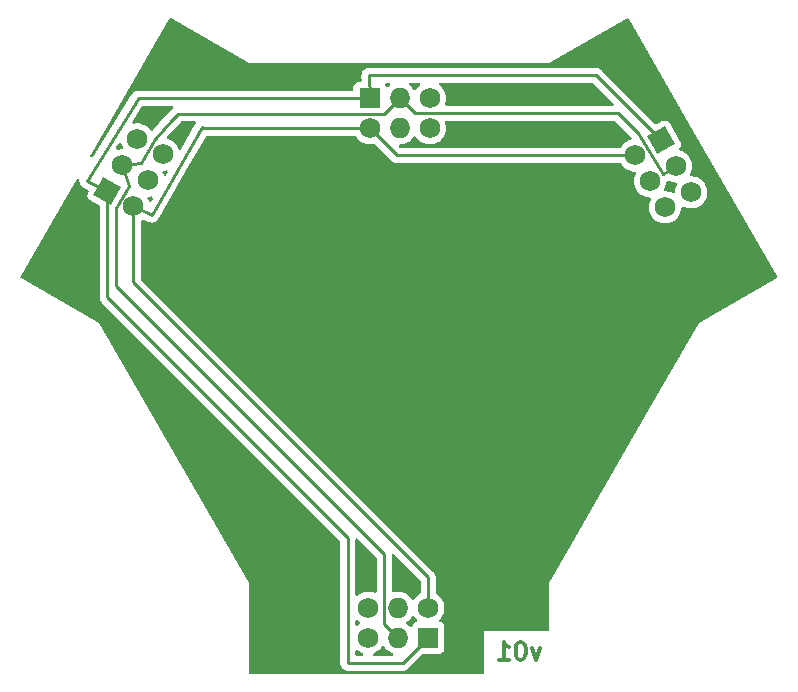
<source format=gbr>
G04 #@! TF.GenerationSoftware,KiCad,Pcbnew,(6.99.0-2452-gdb4f2d9dd8)*
G04 #@! TF.CreationDate,2022-07-29T14:02:09-05:00*
G04 #@! TF.ProjectId,VORTAC SAO Board,564f5254-4143-4205-9341-4f20426f6172,rev?*
G04 #@! TF.SameCoordinates,Original*
G04 #@! TF.FileFunction,Copper,L2,Bot*
G04 #@! TF.FilePolarity,Positive*
%FSLAX46Y46*%
G04 Gerber Fmt 4.6, Leading zero omitted, Abs format (unit mm)*
G04 Created by KiCad (PCBNEW (6.99.0-2452-gdb4f2d9dd8)) date 2022-07-29 14:02:09*
%MOMM*%
%LPD*%
G01*
G04 APERTURE LIST*
G04 Aperture macros list*
%AMHorizOval*
0 Thick line with rounded ends*
0 $1 width*
0 $2 $3 position (X,Y) of the first rounded end (center of the circle)*
0 $4 $5 position (X,Y) of the second rounded end (center of the circle)*
0 Add line between two ends*
20,1,$1,$2,$3,$4,$5,0*
0 Add two circle primitives to create the rounded ends*
1,1,$1,$2,$3*
1,1,$1,$4,$5*%
%AMRotRect*
0 Rectangle, with rotation*
0 The origin of the aperture is its center*
0 $1 length*
0 $2 width*
0 $3 Rotation angle, in degrees counterclockwise*
0 Add horizontal line*
21,1,$1,$2,0,0,$3*%
G04 Aperture macros list end*
%ADD10C,0.300000*%
G04 #@! TA.AperFunction,NonConductor*
%ADD11C,0.300000*%
G04 #@! TD*
G04 #@! TA.AperFunction,ComponentPad*
%ADD12R,1.727200X1.727200*%
G04 #@! TD*
G04 #@! TA.AperFunction,ComponentPad*
%ADD13C,1.727200*%
G04 #@! TD*
G04 #@! TA.AperFunction,ComponentPad*
%ADD14O,1.727200X1.727200*%
G04 #@! TD*
G04 #@! TA.AperFunction,ComponentPad*
%ADD15RotRect,1.727200X1.727200X210.000000*%
G04 #@! TD*
G04 #@! TA.AperFunction,ComponentPad*
%ADD16HorizOval,1.727200X0.000000X0.000000X0.000000X0.000000X0*%
G04 #@! TD*
G04 #@! TA.AperFunction,ComponentPad*
%ADD17RotRect,1.727200X1.727200X330.000000*%
G04 #@! TD*
G04 #@! TA.AperFunction,ComponentPad*
%ADD18HorizOval,1.727200X0.000000X0.000000X0.000000X0.000000X0*%
G04 #@! TD*
G04 #@! TA.AperFunction,Conductor*
%ADD19C,0.250000*%
G04 #@! TD*
G04 APERTURE END LIST*
D10*
D11*
X151645713Y-118931071D02*
X151288570Y-119931071D01*
X151288570Y-119931071D02*
X150931427Y-118931071D01*
X150074284Y-118431071D02*
X149931427Y-118431071D01*
X149931427Y-118431071D02*
X149788570Y-118502500D01*
X149788570Y-118502500D02*
X149717142Y-118573928D01*
X149717142Y-118573928D02*
X149645713Y-118716785D01*
X149645713Y-118716785D02*
X149574284Y-119002500D01*
X149574284Y-119002500D02*
X149574284Y-119359642D01*
X149574284Y-119359642D02*
X149645713Y-119645357D01*
X149645713Y-119645357D02*
X149717142Y-119788214D01*
X149717142Y-119788214D02*
X149788570Y-119859642D01*
X149788570Y-119859642D02*
X149931427Y-119931071D01*
X149931427Y-119931071D02*
X150074284Y-119931071D01*
X150074284Y-119931071D02*
X150217142Y-119859642D01*
X150217142Y-119859642D02*
X150288570Y-119788214D01*
X150288570Y-119788214D02*
X150359999Y-119645357D01*
X150359999Y-119645357D02*
X150431427Y-119359642D01*
X150431427Y-119359642D02*
X150431427Y-119002500D01*
X150431427Y-119002500D02*
X150359999Y-118716785D01*
X150359999Y-118716785D02*
X150288570Y-118573928D01*
X150288570Y-118573928D02*
X150217142Y-118502500D01*
X150217142Y-118502500D02*
X150074284Y-118431071D01*
X148145713Y-119931071D02*
X149002856Y-119931071D01*
X148574285Y-119931071D02*
X148574285Y-118431071D01*
X148574285Y-118431071D02*
X148717142Y-118645357D01*
X148717142Y-118645357D02*
X148859999Y-118788214D01*
X148859999Y-118788214D02*
X149002856Y-118859642D01*
D12*
X142179999Y-118089999D03*
D13*
X142180000Y-115550000D03*
D14*
X139639999Y-118089999D03*
X139639999Y-115549999D03*
D13*
X137100000Y-118090000D03*
X137100000Y-115550000D03*
D15*
X161894531Y-75967256D03*
D13*
X159694827Y-77237257D03*
D16*
X163164531Y-78166961D03*
X160964826Y-79436961D03*
D13*
X164434532Y-80366666D03*
X162234827Y-81636666D03*
D12*
X137219999Y-72409999D03*
D13*
X137220000Y-74950000D03*
D14*
X139759999Y-72409999D03*
X139759999Y-74949999D03*
D13*
X142300000Y-72410000D03*
X142300000Y-74950000D03*
D17*
X115011092Y-80291382D03*
D13*
X117210798Y-81561383D03*
D18*
X116281092Y-78091677D03*
X118480797Y-79361677D03*
D13*
X117551093Y-75891974D03*
X119750798Y-77161974D03*
D19*
X139640000Y-118090000D02*
X138451400Y-116901400D01*
X120497600Y-74218800D02*
X119024400Y-75895200D01*
X138451400Y-116901400D02*
X138451400Y-111019400D01*
X115722400Y-88290400D02*
X115722400Y-81686400D01*
X115722400Y-81686400D02*
X116840000Y-79806800D01*
X141022964Y-73672964D02*
X158254964Y-73672964D01*
X158254964Y-73672964D02*
X159969200Y-75387200D01*
X119024400Y-75895200D02*
X117856000Y-77876400D01*
X116840000Y-79806800D02*
X116281093Y-78091678D01*
X117032324Y-78091678D02*
X116281093Y-78091678D01*
X117856000Y-77876400D02*
X116281093Y-78091678D01*
X121005600Y-73710800D02*
X120497600Y-74218800D01*
X138451400Y-111019400D02*
X115722400Y-88290400D01*
X139760000Y-72410000D02*
X138459200Y-73710800D01*
X159969200Y-75387200D02*
X162052000Y-78790800D01*
X138459200Y-73710800D02*
X121005600Y-73710800D01*
X162052000Y-78790800D02*
X163164532Y-78166962D01*
X139760000Y-72410000D02*
X141022964Y-73672964D01*
X117210798Y-88000798D02*
X142180000Y-112970000D01*
X139507257Y-77237257D02*
X159694827Y-77237257D01*
X117210798Y-81561383D02*
X117210798Y-88000798D01*
X123108400Y-74950000D02*
X123037600Y-74879200D01*
X142180000Y-112970000D02*
X142180000Y-115550000D01*
X137220000Y-74950000D02*
X139507257Y-77237257D01*
X123037600Y-74879200D02*
X118770400Y-82296000D01*
X118770400Y-82296000D02*
X117210798Y-81561383D01*
X137220000Y-74950000D02*
X123108400Y-74950000D01*
X115011093Y-80291383D02*
X115011093Y-89255493D01*
X156386875Y-70459600D02*
X161894532Y-75967257D01*
X137160000Y-70459600D02*
X156386875Y-70459600D01*
X113284000Y-79400400D02*
X115011093Y-80291383D01*
X140026400Y-120243600D02*
X142180000Y-118090000D01*
X135382000Y-120243600D02*
X140026400Y-120243600D01*
X135382000Y-109626400D02*
X135382000Y-120243600D01*
X137220000Y-72410000D02*
X137160000Y-70459600D01*
X115011093Y-89255493D02*
X135382000Y-109626400D01*
X137220000Y-72410000D02*
X117632800Y-72410000D01*
X117602000Y-72440800D02*
X113284000Y-79400400D01*
X117632800Y-72410000D02*
X117602000Y-72440800D01*
G04 #@! TA.AperFunction,NonConductor*
G36*
X138919133Y-71113102D02*
G01*
X138965626Y-71166758D01*
X138975730Y-71237032D01*
X138946236Y-71301612D01*
X138928402Y-71318532D01*
X138831634Y-71393849D01*
X138831630Y-71393853D01*
X138827517Y-71397054D01*
X138823985Y-71400891D01*
X138783714Y-71444637D01*
X138722862Y-71481208D01*
X138651897Y-71479075D01*
X138593352Y-71438913D01*
X138572957Y-71403332D01*
X138570616Y-71397054D01*
X138534489Y-71300196D01*
X138529088Y-71292982D01*
X138524771Y-71285075D01*
X138526415Y-71284177D01*
X138505496Y-71228083D01*
X138520590Y-71158710D01*
X138570794Y-71108510D01*
X138631175Y-71093100D01*
X138851012Y-71093100D01*
X138919133Y-71113102D01*
G37*
G04 #@! TD.AperFunction*
G04 #@! TA.AperFunction,NonConductor*
G36*
X141459133Y-71113102D02*
G01*
X141505626Y-71166758D01*
X141515730Y-71237032D01*
X141486236Y-71301612D01*
X141468402Y-71318532D01*
X141371634Y-71393849D01*
X141371630Y-71393853D01*
X141367517Y-71397054D01*
X141213510Y-71564351D01*
X141135482Y-71683782D01*
X141081479Y-71729869D01*
X141011131Y-71739444D01*
X140946774Y-71709467D01*
X140924519Y-71683783D01*
X140846490Y-71564351D01*
X140692483Y-71397054D01*
X140688370Y-71393853D01*
X140688366Y-71393849D01*
X140591598Y-71318532D01*
X140550126Y-71260907D01*
X140546392Y-71190009D01*
X140581582Y-71128347D01*
X140644522Y-71095498D01*
X140668988Y-71093100D01*
X141391012Y-71093100D01*
X141459133Y-71113102D01*
G37*
G04 #@! TD.AperFunction*
G04 #@! TA.AperFunction,NonConductor*
G36*
X156140402Y-71113102D02*
G01*
X156161376Y-71130005D01*
X157855740Y-72824369D01*
X157889766Y-72886681D01*
X157884701Y-72957496D01*
X157842154Y-73014332D01*
X157775634Y-73039143D01*
X157766645Y-73039464D01*
X143715045Y-73039464D01*
X143646924Y-73019462D01*
X143600431Y-72965806D01*
X143590327Y-72895532D01*
X143598532Y-72866789D01*
X143598417Y-72866750D01*
X143599165Y-72864571D01*
X143599654Y-72862858D01*
X143600110Y-72861818D01*
X143602203Y-72857047D01*
X143610479Y-72824369D01*
X143656743Y-72641673D01*
X143656743Y-72641672D01*
X143658024Y-72636614D01*
X143676802Y-72410000D01*
X143658024Y-72183386D01*
X143656743Y-72178327D01*
X143603483Y-71968006D01*
X143603481Y-71968001D01*
X143602203Y-71962953D01*
X143588900Y-71932624D01*
X143512956Y-71759491D01*
X143510861Y-71754715D01*
X143494629Y-71729869D01*
X143389344Y-71568719D01*
X143389340Y-71568714D01*
X143386490Y-71564351D01*
X143232483Y-71397054D01*
X143228370Y-71393853D01*
X143228366Y-71393849D01*
X143131598Y-71318532D01*
X143090126Y-71260907D01*
X143086392Y-71190009D01*
X143121582Y-71128347D01*
X143184522Y-71095498D01*
X143208988Y-71093100D01*
X156072281Y-71093100D01*
X156140402Y-71113102D01*
G37*
G04 #@! TD.AperFunction*
G04 #@! TA.AperFunction,NonConductor*
G36*
X120535817Y-73063502D02*
G01*
X120582310Y-73117158D01*
X120592414Y-73187432D01*
X120564781Y-73249815D01*
X120540312Y-73279393D01*
X120532322Y-73288173D01*
X120099986Y-73720509D01*
X120081880Y-73735513D01*
X120081116Y-73736034D01*
X120081114Y-73736036D01*
X120074566Y-73740501D01*
X120069333Y-73746456D01*
X120037888Y-73782238D01*
X120032336Y-73788159D01*
X120021465Y-73799030D01*
X120011295Y-73812142D01*
X120006382Y-73818090D01*
X118870454Y-75110698D01*
X118810461Y-75148665D01*
X118739467Y-75148170D01*
X118680010Y-75109370D01*
X118670324Y-75096439D01*
X118640437Y-75050693D01*
X118640435Y-75050691D01*
X118637583Y-75046325D01*
X118483576Y-74879028D01*
X118304132Y-74739362D01*
X118299553Y-74736884D01*
X118299550Y-74736882D01*
X118108740Y-74633620D01*
X118108739Y-74633620D01*
X118104148Y-74631135D01*
X117889078Y-74557302D01*
X117664788Y-74519874D01*
X117437398Y-74519874D01*
X117339312Y-74536242D01*
X117288278Y-74544758D01*
X117217794Y-74536242D01*
X117163104Y-74490970D01*
X117141571Y-74423318D01*
X117160472Y-74354049D01*
X117163671Y-74348894D01*
X117936627Y-73103071D01*
X117989537Y-73055732D01*
X118043693Y-73043500D01*
X120467696Y-73043500D01*
X120535817Y-73063502D01*
G37*
G04 #@! TD.AperFunction*
G04 #@! TA.AperFunction,NonConductor*
G36*
X158008491Y-74326466D02*
G01*
X158029465Y-74343369D01*
X159386702Y-75700607D01*
X159420728Y-75762919D01*
X159415663Y-75833735D01*
X159373116Y-75890570D01*
X159338519Y-75908875D01*
X159146709Y-75974723D01*
X159141772Y-75976418D01*
X159137181Y-75978903D01*
X159137180Y-75978903D01*
X158946370Y-76082165D01*
X158946367Y-76082167D01*
X158941788Y-76084645D01*
X158937680Y-76087842D01*
X158937679Y-76087843D01*
X158782846Y-76208354D01*
X158762344Y-76224311D01*
X158608337Y-76391608D01*
X158605485Y-76395974D01*
X158605483Y-76395976D01*
X158565807Y-76456705D01*
X158509452Y-76542964D01*
X158507029Y-76546672D01*
X158453026Y-76592761D01*
X158401546Y-76603757D01*
X139821851Y-76603757D01*
X139753730Y-76583755D01*
X139732756Y-76566852D01*
X139703099Y-76537195D01*
X139669073Y-76474883D01*
X139674138Y-76404068D01*
X139716685Y-76347232D01*
X139783205Y-76322421D01*
X139792194Y-76322100D01*
X139873695Y-76322100D01*
X140097985Y-76284672D01*
X140273812Y-76224311D01*
X140308118Y-76212534D01*
X140308119Y-76212533D01*
X140313055Y-76210839D01*
X140342772Y-76194757D01*
X140508457Y-76105092D01*
X140508460Y-76105090D01*
X140513039Y-76102612D01*
X140517148Y-76099414D01*
X140688372Y-75966146D01*
X140688374Y-75966144D01*
X140692483Y-75962946D01*
X140846490Y-75795649D01*
X140924518Y-75676218D01*
X140978521Y-75630131D01*
X141048869Y-75620556D01*
X141113226Y-75650533D01*
X141135481Y-75676217D01*
X141213510Y-75795649D01*
X141367517Y-75962946D01*
X141371626Y-75966144D01*
X141371628Y-75966146D01*
X141542852Y-76099414D01*
X141546961Y-76102612D01*
X141551540Y-76105090D01*
X141551543Y-76105092D01*
X141717228Y-76194757D01*
X141746945Y-76210839D01*
X141751881Y-76212533D01*
X141751882Y-76212534D01*
X141786188Y-76224311D01*
X141962015Y-76284672D01*
X142186305Y-76322100D01*
X142413695Y-76322100D01*
X142637985Y-76284672D01*
X142813812Y-76224311D01*
X142848118Y-76212534D01*
X142848119Y-76212533D01*
X142853055Y-76210839D01*
X142882772Y-76194757D01*
X143048457Y-76105092D01*
X143048460Y-76105090D01*
X143053039Y-76102612D01*
X143057148Y-76099414D01*
X143228372Y-75966146D01*
X143228374Y-75966144D01*
X143232483Y-75962946D01*
X143386490Y-75795649D01*
X143389344Y-75791281D01*
X143508009Y-75609651D01*
X143508011Y-75609647D01*
X143510861Y-75605285D01*
X143602203Y-75397047D01*
X143658024Y-75176614D01*
X143669139Y-75042485D01*
X143676372Y-74955189D01*
X143676802Y-74950000D01*
X143659348Y-74739362D01*
X143658455Y-74728582D01*
X143658454Y-74728577D01*
X143658024Y-74723386D01*
X143627610Y-74603283D01*
X143603483Y-74508006D01*
X143603481Y-74508001D01*
X143602203Y-74502953D01*
X143593485Y-74483078D01*
X143584438Y-74412660D01*
X143614898Y-74348530D01*
X143675195Y-74311048D01*
X143708872Y-74306464D01*
X157940370Y-74306464D01*
X158008491Y-74326466D01*
G37*
G04 #@! TD.AperFunction*
G04 #@! TA.AperFunction,NonConductor*
G36*
X122461659Y-74364302D02*
G01*
X122508152Y-74417958D01*
X122518256Y-74488232D01*
X122505805Y-74527502D01*
X122481901Y-74574416D01*
X122478866Y-74580015D01*
X121262862Y-76693547D01*
X121211554Y-76742617D01*
X121141861Y-76756158D01*
X121075910Y-76729871D01*
X121038262Y-76681325D01*
X120963754Y-76511465D01*
X120961659Y-76506689D01*
X120940880Y-76474883D01*
X120840142Y-76320693D01*
X120840140Y-76320691D01*
X120837288Y-76316325D01*
X120683281Y-76149028D01*
X120654894Y-76126933D01*
X120507946Y-76012560D01*
X120507945Y-76012559D01*
X120503837Y-76009362D01*
X120499258Y-76006884D01*
X120499255Y-76006882D01*
X120308445Y-75903620D01*
X120308444Y-75903620D01*
X120303853Y-75901135D01*
X120226466Y-75874568D01*
X120142710Y-75845815D01*
X120084775Y-75804778D01*
X120058223Y-75738934D01*
X120071484Y-75669186D01*
X120088970Y-75643474D01*
X120957330Y-74655341D01*
X120962869Y-74649435D01*
X121231099Y-74381205D01*
X121293411Y-74347179D01*
X121320194Y-74344300D01*
X122393538Y-74344300D01*
X122461659Y-74364302D01*
G37*
G04 #@! TD.AperFunction*
G04 #@! TA.AperFunction,NonConductor*
G36*
X116187813Y-76194757D02*
G01*
X116228967Y-76260345D01*
X116248890Y-76339021D01*
X116250982Y-76343791D01*
X116250983Y-76343793D01*
X116338348Y-76542964D01*
X116347395Y-76613382D01*
X116316935Y-76677512D01*
X116256638Y-76714994D01*
X116222961Y-76719578D01*
X116167398Y-76719578D01*
X115943108Y-76757006D01*
X115929909Y-76761537D01*
X115858987Y-76764738D01*
X115797591Y-76729086D01*
X115765216Y-76665901D01*
X115772141Y-76595243D01*
X115781931Y-76575936D01*
X115999757Y-76224852D01*
X116052668Y-76177512D01*
X116122772Y-76166293D01*
X116187813Y-76194757D01*
G37*
G04 #@! TD.AperFunction*
G04 #@! TA.AperFunction,NonConductor*
G36*
X120047619Y-78523793D02*
G01*
X120102309Y-78569064D01*
X120123842Y-78636717D01*
X120107089Y-78702391D01*
X120001805Y-78885385D01*
X119994773Y-78897607D01*
X119943464Y-78946677D01*
X119873771Y-78960218D01*
X119807820Y-78933931D01*
X119770172Y-78885385D01*
X119712230Y-78753289D01*
X119693543Y-78710688D01*
X119684496Y-78640270D01*
X119714957Y-78576139D01*
X119775253Y-78538658D01*
X119808930Y-78534074D01*
X119864493Y-78534074D01*
X119977135Y-78515277D01*
X120047619Y-78523793D01*
G37*
G04 #@! TD.AperFunction*
G04 #@! TA.AperFunction,NonConductor*
G36*
X162523549Y-79380216D02*
G01*
X162611477Y-79427801D01*
X162616413Y-79429495D01*
X162616414Y-79429496D01*
X162684265Y-79452789D01*
X162826547Y-79501634D01*
X163050837Y-79539062D01*
X163106400Y-79539062D01*
X163174521Y-79559064D01*
X163221014Y-79612720D01*
X163231118Y-79682994D01*
X163221787Y-79715676D01*
X163150166Y-79878956D01*
X163132329Y-79919619D01*
X163131051Y-79924667D01*
X163131049Y-79924672D01*
X163089823Y-80087471D01*
X163076508Y-80140052D01*
X163076078Y-80145243D01*
X163076077Y-80145248D01*
X163061348Y-80323003D01*
X163035788Y-80389239D01*
X162978477Y-80431143D01*
X162907608Y-80435409D01*
X162875810Y-80423412D01*
X162787882Y-80375827D01*
X162572812Y-80301994D01*
X162348522Y-80264566D01*
X162292959Y-80264566D01*
X162224838Y-80244564D01*
X162178345Y-80190908D01*
X162168241Y-80120634D01*
X162177572Y-80087952D01*
X162264937Y-79888781D01*
X162264938Y-79888779D01*
X162267030Y-79884009D01*
X162270729Y-79869404D01*
X162321570Y-79668635D01*
X162321570Y-79668634D01*
X162322851Y-79663576D01*
X162332758Y-79544026D01*
X162338011Y-79480625D01*
X162363571Y-79414389D01*
X162420882Y-79372485D01*
X162491751Y-79368219D01*
X162523549Y-79380216D01*
G37*
G04 #@! TD.AperFunction*
G04 #@! TA.AperFunction,NonConductor*
G36*
X118782504Y-80722682D02*
G01*
X118837194Y-80767954D01*
X118858727Y-80835606D01*
X118841973Y-80901282D01*
X118726684Y-81101666D01*
X118675375Y-81150737D01*
X118605682Y-81164278D01*
X118539731Y-81137991D01*
X118502083Y-81089445D01*
X118423543Y-80910392D01*
X118414496Y-80839974D01*
X118444957Y-80775844D01*
X118505253Y-80738362D01*
X118538930Y-80733778D01*
X118594493Y-80733778D01*
X118679241Y-80719636D01*
X118712020Y-80714166D01*
X118782504Y-80722682D01*
G37*
G04 #@! TD.AperFunction*
G04 #@! TA.AperFunction,NonConductor*
G36*
X136224012Y-109688371D02*
G01*
X136230595Y-109694500D01*
X137780995Y-111244900D01*
X137815021Y-111307212D01*
X137817900Y-111333995D01*
X137817900Y-114169278D01*
X137797898Y-114237399D01*
X137744242Y-114283892D01*
X137673968Y-114293996D01*
X137650988Y-114288451D01*
X137502276Y-114237399D01*
X137437985Y-114215328D01*
X137213695Y-114177900D01*
X136986305Y-114177900D01*
X136762015Y-114215328D01*
X136546945Y-114289161D01*
X136542354Y-114291646D01*
X136542353Y-114291646D01*
X136351543Y-114394908D01*
X136351540Y-114394910D01*
X136346961Y-114397388D01*
X136342853Y-114400586D01*
X136342846Y-114400590D01*
X136218890Y-114497068D01*
X136152848Y-114523124D01*
X136083203Y-114509338D01*
X136032066Y-114460088D01*
X136015500Y-114397636D01*
X136015500Y-109783595D01*
X136035502Y-109715474D01*
X136089158Y-109668981D01*
X136159432Y-109658877D01*
X136224012Y-109688371D01*
G37*
G04 #@! TD.AperFunction*
G04 #@! TA.AperFunction,NonConductor*
G36*
X139301997Y-110987902D02*
G01*
X141509595Y-113195500D01*
X141543621Y-113257812D01*
X141546500Y-113284595D01*
X141546500Y-114257617D01*
X141526498Y-114325738D01*
X141480470Y-114368430D01*
X141431543Y-114394908D01*
X141431540Y-114394910D01*
X141426961Y-114397388D01*
X141422853Y-114400585D01*
X141422852Y-114400586D01*
X141283127Y-114509338D01*
X141247517Y-114537054D01*
X141093510Y-114704351D01*
X141015482Y-114823782D01*
X140961479Y-114869869D01*
X140891131Y-114879444D01*
X140826774Y-114849467D01*
X140804519Y-114823783D01*
X140726490Y-114704351D01*
X140572483Y-114537054D01*
X140536874Y-114509338D01*
X140397148Y-114400586D01*
X140397147Y-114400585D01*
X140393039Y-114397388D01*
X140388460Y-114394910D01*
X140388457Y-114394908D01*
X140197647Y-114291646D01*
X140197646Y-114291646D01*
X140193055Y-114289161D01*
X139977985Y-114215328D01*
X139753695Y-114177900D01*
X139526305Y-114177900D01*
X139302015Y-114215328D01*
X139251810Y-114232563D01*
X139180888Y-114235764D01*
X139119492Y-114200112D01*
X139087118Y-114136926D01*
X139084900Y-114113390D01*
X139084900Y-111098167D01*
X139085428Y-111086979D01*
X139087102Y-111079491D01*
X139086853Y-111071573D01*
X139087462Y-111065134D01*
X139113788Y-110999199D01*
X139171583Y-110957965D01*
X139242496Y-110954522D01*
X139301997Y-110987902D01*
G37*
G04 #@! TD.AperFunction*
G04 #@! TA.AperFunction,NonConductor*
G36*
X136218890Y-116602932D02*
G01*
X136342846Y-116699410D01*
X136342853Y-116699414D01*
X136346961Y-116702612D01*
X136359112Y-116709188D01*
X136409501Y-116759202D01*
X136424852Y-116828519D01*
X136400290Y-116895131D01*
X136359112Y-116930812D01*
X136346961Y-116937388D01*
X136342853Y-116940586D01*
X136342846Y-116940590D01*
X136218890Y-117037068D01*
X136152848Y-117063124D01*
X136083203Y-117049338D01*
X136032066Y-117000088D01*
X136015500Y-116937636D01*
X136015500Y-116702364D01*
X136035502Y-116634243D01*
X136089158Y-116587750D01*
X136159432Y-116577646D01*
X136218890Y-116602932D01*
G37*
G04 #@! TD.AperFunction*
G04 #@! TA.AperFunction,NonConductor*
G36*
X140993226Y-116250533D02*
G01*
X141015481Y-116276217D01*
X141093510Y-116395649D01*
X141097045Y-116399489D01*
X141220919Y-116534053D01*
X141252340Y-116597718D01*
X141244353Y-116668264D01*
X141199494Y-116723293D01*
X141172251Y-116737445D01*
X141078642Y-116772360D01*
X141078638Y-116772362D01*
X141070196Y-116775511D01*
X140953139Y-116863139D01*
X140865511Y-116980196D01*
X140829385Y-117077054D01*
X140827043Y-117083332D01*
X140784496Y-117140168D01*
X140717976Y-117164979D01*
X140648602Y-117149888D01*
X140616286Y-117124637D01*
X140576015Y-117080891D01*
X140572483Y-117077054D01*
X140536874Y-117049338D01*
X140397148Y-116940586D01*
X140397147Y-116940585D01*
X140393039Y-116937388D01*
X140380888Y-116930812D01*
X140330499Y-116880798D01*
X140315148Y-116811481D01*
X140339710Y-116744869D01*
X140380888Y-116709188D01*
X140393039Y-116702612D01*
X140480880Y-116634243D01*
X140568372Y-116566146D01*
X140568374Y-116566144D01*
X140572483Y-116562946D01*
X140726490Y-116395649D01*
X140804518Y-116276218D01*
X140858521Y-116230131D01*
X140928869Y-116220556D01*
X140993226Y-116250533D01*
G37*
G04 #@! TD.AperFunction*
G04 #@! TA.AperFunction,NonConductor*
G36*
X136218890Y-119142932D02*
G01*
X136342846Y-119239410D01*
X136342853Y-119239414D01*
X136346961Y-119242612D01*
X136351540Y-119245090D01*
X136351543Y-119245092D01*
X136494134Y-119322259D01*
X136546945Y-119350839D01*
X136551881Y-119352533D01*
X136551882Y-119352534D01*
X136587982Y-119364927D01*
X136645917Y-119405964D01*
X136672469Y-119471809D01*
X136659208Y-119541556D01*
X136610343Y-119593061D01*
X136547070Y-119610100D01*
X136141500Y-119610100D01*
X136073379Y-119590098D01*
X136026886Y-119536442D01*
X136015500Y-119484100D01*
X136015500Y-119242364D01*
X136035502Y-119174243D01*
X136089158Y-119127750D01*
X136159432Y-119117646D01*
X136218890Y-119142932D01*
G37*
G04 #@! TD.AperFunction*
G04 #@! TA.AperFunction,NonConductor*
G36*
X138453226Y-118790533D02*
G01*
X138475481Y-118816217D01*
X138553510Y-118935649D01*
X138707517Y-119102946D01*
X138711626Y-119106144D01*
X138711628Y-119106146D01*
X138882847Y-119239410D01*
X138886961Y-119242612D01*
X138891540Y-119245090D01*
X138891543Y-119245092D01*
X139034134Y-119322259D01*
X139086945Y-119350839D01*
X139091881Y-119352533D01*
X139091882Y-119352534D01*
X139127982Y-119364927D01*
X139185917Y-119405964D01*
X139212469Y-119471809D01*
X139199208Y-119541556D01*
X139150343Y-119593061D01*
X139087070Y-119610100D01*
X137652930Y-119610100D01*
X137584809Y-119590098D01*
X137538316Y-119536442D01*
X137528212Y-119466168D01*
X137557706Y-119401588D01*
X137612018Y-119364927D01*
X137648118Y-119352534D01*
X137648119Y-119352533D01*
X137653055Y-119350839D01*
X137705866Y-119322259D01*
X137848457Y-119245092D01*
X137848460Y-119245090D01*
X137853039Y-119242612D01*
X137857153Y-119239410D01*
X138028372Y-119106146D01*
X138028374Y-119106144D01*
X138032483Y-119102946D01*
X138186490Y-118935649D01*
X138264518Y-118816218D01*
X138318521Y-118770131D01*
X138388869Y-118760556D01*
X138453226Y-118790533D01*
G37*
G04 #@! TD.AperFunction*
G04 #@! TA.AperFunction,NonConductor*
G36*
X159113328Y-65652643D02*
G01*
X159149360Y-65692280D01*
X164267087Y-74556444D01*
X171722860Y-87470221D01*
X171739598Y-87539216D01*
X171716378Y-87606308D01*
X171676741Y-87642340D01*
X165099896Y-91439482D01*
X165099860Y-91439477D01*
X165099726Y-91439580D01*
X165099664Y-91439616D01*
X165099642Y-91439645D01*
X165099617Y-91439664D01*
X165099586Y-91439718D01*
X165099477Y-91439860D01*
X165099482Y-91439898D01*
X160879365Y-98749355D01*
X152630443Y-113036907D01*
X152399652Y-113436648D01*
X152399617Y-113436662D01*
X152399551Y-113436822D01*
X152399517Y-113436881D01*
X152399512Y-113436916D01*
X152399500Y-113436946D01*
X152399500Y-113437010D01*
X152399477Y-113437185D01*
X152399500Y-113437215D01*
X152399500Y-117395500D01*
X152379498Y-117463621D01*
X152325842Y-117510114D01*
X152273500Y-117521500D01*
X146901501Y-117521500D01*
X146901501Y-121031500D01*
X146881499Y-121099621D01*
X146827843Y-121146114D01*
X146775501Y-121157500D01*
X127126500Y-121157500D01*
X127058379Y-121137498D01*
X127011886Y-121083842D01*
X127000500Y-121031500D01*
X127000500Y-113437215D01*
X127000523Y-113437185D01*
X127000500Y-113437010D01*
X127000500Y-113436946D01*
X127000488Y-113436916D01*
X127000483Y-113436881D01*
X127000449Y-113436822D01*
X127000383Y-113436662D01*
X127000348Y-113436648D01*
X114300518Y-91439897D01*
X114300523Y-91439861D01*
X114300421Y-91439727D01*
X114300384Y-91439664D01*
X114300355Y-91439642D01*
X114300336Y-91439617D01*
X114300282Y-91439586D01*
X114300140Y-91439477D01*
X114300102Y-91439482D01*
X114293766Y-91435824D01*
X114293765Y-91435823D01*
X107889629Y-87738393D01*
X107723260Y-87642340D01*
X107674267Y-87590958D01*
X107660831Y-87521244D01*
X107677141Y-87470221D01*
X110308829Y-82912003D01*
X112416995Y-79260554D01*
X112468376Y-79211561D01*
X112538090Y-79198125D01*
X112604001Y-79224511D01*
X112645183Y-79282343D01*
X112650115Y-79345904D01*
X112646350Y-79366793D01*
X112646730Y-79371987D01*
X112645889Y-79377129D01*
X112652475Y-79450753D01*
X112652637Y-79452753D01*
X112655004Y-79485113D01*
X112657349Y-79517177D01*
X112658025Y-79526425D01*
X112659685Y-79531362D01*
X112660149Y-79536552D01*
X112662796Y-79544023D01*
X112662797Y-79544026D01*
X112684814Y-79606158D01*
X112685471Y-79608060D01*
X112709032Y-79678139D01*
X112711870Y-79682511D01*
X112713609Y-79687420D01*
X112718033Y-79694000D01*
X112718034Y-79694003D01*
X112754837Y-79748749D01*
X112755949Y-79750431D01*
X112796167Y-79812402D01*
X112800000Y-79815929D01*
X112802907Y-79820253D01*
X112808821Y-79825520D01*
X112808828Y-79825528D01*
X112858095Y-79869404D01*
X112859584Y-79870752D01*
X112913954Y-79920778D01*
X112918545Y-79923241D01*
X112922434Y-79926705D01*
X112929478Y-79930339D01*
X112929481Y-79930341D01*
X112988062Y-79960562D01*
X112989868Y-79961512D01*
X113054993Y-79996456D01*
X113058933Y-79997425D01*
X113063411Y-79999433D01*
X113355820Y-80150283D01*
X113407188Y-80199289D01*
X113423907Y-80268289D01*
X113407170Y-80325259D01*
X113366701Y-80395354D01*
X113365334Y-80398445D01*
X113350869Y-80431143D01*
X113342058Y-80451059D01*
X113340751Y-80458834D01*
X113340750Y-80458836D01*
X113336510Y-80484054D01*
X113317810Y-80595257D01*
X113335170Y-80740445D01*
X113338715Y-80748724D01*
X113338716Y-80748727D01*
X113359899Y-80798194D01*
X113392730Y-80874862D01*
X113485828Y-80987617D01*
X113535022Y-81023537D01*
X113814419Y-81184847D01*
X114314593Y-81473623D01*
X114363586Y-81525006D01*
X114377593Y-81582742D01*
X114377593Y-89176726D01*
X114377066Y-89187909D01*
X114375391Y-89195402D01*
X114375640Y-89203328D01*
X114375640Y-89203329D01*
X114377531Y-89263479D01*
X114377593Y-89267438D01*
X114377593Y-89295349D01*
X114378090Y-89299283D01*
X114378090Y-89299284D01*
X114378098Y-89299349D01*
X114379031Y-89311186D01*
X114380420Y-89355382D01*
X114386071Y-89374832D01*
X114390080Y-89394193D01*
X114392619Y-89414290D01*
X114395538Y-89421661D01*
X114395538Y-89421663D01*
X114408897Y-89455405D01*
X114412742Y-89466635D01*
X114425075Y-89509086D01*
X114429108Y-89515905D01*
X114429110Y-89515910D01*
X114435386Y-89526521D01*
X114444081Y-89544269D01*
X114451541Y-89563110D01*
X114456203Y-89569526D01*
X114456203Y-89569527D01*
X114477529Y-89598880D01*
X114484045Y-89608800D01*
X114506551Y-89646855D01*
X114520872Y-89661176D01*
X114533712Y-89676209D01*
X114545621Y-89692600D01*
X114551727Y-89697651D01*
X114579698Y-89720791D01*
X114588477Y-89728781D01*
X134711595Y-109851900D01*
X134745621Y-109914212D01*
X134748500Y-109940995D01*
X134748500Y-120171807D01*
X134746268Y-120195416D01*
X134744725Y-120203506D01*
X134745223Y-120211417D01*
X134748251Y-120259551D01*
X134748500Y-120267462D01*
X134748500Y-120283456D01*
X134750506Y-120299330D01*
X134751248Y-120307190D01*
X134754775Y-120363250D01*
X134757225Y-120370791D01*
X134757321Y-120371087D01*
X134762494Y-120394231D01*
X134762532Y-120394535D01*
X134762533Y-120394540D01*
X134763526Y-120402397D01*
X134766442Y-120409762D01*
X134766443Y-120409766D01*
X134784199Y-120454611D01*
X134786871Y-120462030D01*
X134804236Y-120515475D01*
X134808486Y-120522171D01*
X134808486Y-120522172D01*
X134808650Y-120522431D01*
X134819415Y-120543558D01*
X134819529Y-120543846D01*
X134819532Y-120543851D01*
X134822448Y-120551217D01*
X134827104Y-120557625D01*
X134827107Y-120557631D01*
X134855458Y-120596652D01*
X134859901Y-120603189D01*
X134890000Y-120650618D01*
X134895778Y-120656044D01*
X134895779Y-120656045D01*
X134896007Y-120656259D01*
X134911688Y-120674046D01*
X134916528Y-120680707D01*
X134922637Y-120685761D01*
X134922638Y-120685762D01*
X134959796Y-120716503D01*
X134965730Y-120721734D01*
X135000898Y-120754758D01*
X135000901Y-120754760D01*
X135006679Y-120760186D01*
X135013903Y-120764158D01*
X135033506Y-120777481D01*
X135033746Y-120777680D01*
X135033753Y-120777684D01*
X135039856Y-120782733D01*
X135073342Y-120798490D01*
X135090676Y-120806647D01*
X135097708Y-120810229D01*
X135146940Y-120837295D01*
X135154615Y-120839265D01*
X135154621Y-120839268D01*
X135154919Y-120839344D01*
X135177228Y-120847376D01*
X135177503Y-120847506D01*
X135177511Y-120847509D01*
X135184682Y-120850883D01*
X135239849Y-120861406D01*
X135247558Y-120863129D01*
X135281551Y-120871857D01*
X135294293Y-120875129D01*
X135294294Y-120875129D01*
X135301970Y-120877100D01*
X135310207Y-120877100D01*
X135333816Y-120879332D01*
X135334119Y-120879390D01*
X135334123Y-120879390D01*
X135341906Y-120880875D01*
X135397951Y-120877349D01*
X135405862Y-120877100D01*
X139947633Y-120877100D01*
X139958816Y-120877627D01*
X139966309Y-120879302D01*
X139974235Y-120879053D01*
X139974236Y-120879053D01*
X140034386Y-120877162D01*
X140038345Y-120877100D01*
X140066256Y-120877100D01*
X140070191Y-120876603D01*
X140070256Y-120876595D01*
X140082093Y-120875662D01*
X140114351Y-120874648D01*
X140118370Y-120874522D01*
X140126289Y-120874273D01*
X140145743Y-120868621D01*
X140165100Y-120864613D01*
X140177330Y-120863068D01*
X140177331Y-120863068D01*
X140185197Y-120862074D01*
X140192568Y-120859155D01*
X140192570Y-120859155D01*
X140226312Y-120845796D01*
X140237542Y-120841951D01*
X140272383Y-120831829D01*
X140272384Y-120831829D01*
X140279993Y-120829618D01*
X140286812Y-120825585D01*
X140286817Y-120825583D01*
X140297428Y-120819307D01*
X140315176Y-120810612D01*
X140334017Y-120803152D01*
X140369787Y-120777164D01*
X140379707Y-120770648D01*
X140410935Y-120752180D01*
X140410938Y-120752178D01*
X140417762Y-120748142D01*
X140432083Y-120733821D01*
X140447117Y-120720980D01*
X140457094Y-120713731D01*
X140463507Y-120709072D01*
X140491698Y-120674995D01*
X140499688Y-120666216D01*
X141666899Y-119499005D01*
X141729211Y-119464979D01*
X141755994Y-119462100D01*
X143092238Y-119462100D01*
X143095585Y-119461740D01*
X143095588Y-119461740D01*
X143115895Y-119459557D01*
X143152801Y-119455589D01*
X143289804Y-119404489D01*
X143406861Y-119316861D01*
X143494489Y-119199804D01*
X143545589Y-119062801D01*
X143552100Y-119002238D01*
X143552100Y-117177762D01*
X143545589Y-117117199D01*
X143494489Y-116980196D01*
X143406861Y-116863139D01*
X143289804Y-116775511D01*
X143281362Y-116772362D01*
X143281358Y-116772360D01*
X143187749Y-116737445D01*
X143130914Y-116694899D01*
X143106103Y-116628378D01*
X143121195Y-116559004D01*
X143139081Y-116534053D01*
X143262955Y-116399489D01*
X143266490Y-116395649D01*
X143361299Y-116250533D01*
X143388009Y-116209651D01*
X143388011Y-116209647D01*
X143390861Y-116205285D01*
X143482203Y-115997047D01*
X143538024Y-115776614D01*
X143556802Y-115550000D01*
X143538024Y-115323386D01*
X143482203Y-115102953D01*
X143390861Y-114894715D01*
X143374629Y-114869869D01*
X143269344Y-114708719D01*
X143269340Y-114708714D01*
X143266490Y-114704351D01*
X143112483Y-114537054D01*
X143076874Y-114509338D01*
X142937148Y-114400586D01*
X142937147Y-114400585D01*
X142933039Y-114397388D01*
X142928460Y-114394910D01*
X142928457Y-114394908D01*
X142879530Y-114368430D01*
X142829140Y-114318417D01*
X142813500Y-114257617D01*
X142813500Y-113048767D01*
X142814027Y-113037584D01*
X142815702Y-113030091D01*
X142813562Y-112962014D01*
X142813500Y-112958055D01*
X142813500Y-112930144D01*
X142812995Y-112926144D01*
X142812062Y-112914301D01*
X142810922Y-112878029D01*
X142810673Y-112870110D01*
X142805022Y-112850658D01*
X142801014Y-112831306D01*
X142799467Y-112819063D01*
X142798474Y-112811203D01*
X142795556Y-112803832D01*
X142782200Y-112770097D01*
X142778355Y-112758870D01*
X142777721Y-112756687D01*
X142766018Y-112716407D01*
X142755707Y-112698972D01*
X142747012Y-112681224D01*
X142739552Y-112662383D01*
X142713564Y-112626613D01*
X142707048Y-112616693D01*
X142688580Y-112585465D01*
X142688578Y-112585462D01*
X142684542Y-112578638D01*
X142670221Y-112564317D01*
X142657380Y-112549283D01*
X142650131Y-112539306D01*
X142645472Y-112532893D01*
X142611395Y-112504702D01*
X142602616Y-112496712D01*
X117881203Y-87775298D01*
X117847177Y-87712986D01*
X117844298Y-87686203D01*
X117844298Y-82853766D01*
X117864300Y-82785645D01*
X117910328Y-82742953D01*
X117959255Y-82716475D01*
X117959258Y-82716473D01*
X117963837Y-82713995D01*
X117967948Y-82710795D01*
X117967953Y-82710792D01*
X117980926Y-82700695D01*
X118046968Y-82674638D01*
X118112007Y-82686138D01*
X118477770Y-82858422D01*
X118493884Y-82866012D01*
X118496046Y-82867056D01*
X118554208Y-82895819D01*
X118554212Y-82895821D01*
X118561317Y-82899334D01*
X118569069Y-82900969D01*
X118569073Y-82900971D01*
X118599978Y-82907491D01*
X118612947Y-82910958D01*
X118642975Y-82920727D01*
X118650512Y-82923179D01*
X118658423Y-82923680D01*
X118658425Y-82923680D01*
X118675428Y-82924756D01*
X118693479Y-82927218D01*
X118705956Y-82929850D01*
X118717928Y-82932376D01*
X118725850Y-82932032D01*
X118725851Y-82932032D01*
X118757405Y-82930662D01*
X118770830Y-82930795D01*
X118790378Y-82932032D01*
X118810252Y-82933290D01*
X118818036Y-82931808D01*
X118818040Y-82931808D01*
X118834786Y-82928620D01*
X118852880Y-82926516D01*
X118864303Y-82926020D01*
X118877837Y-82925432D01*
X118915641Y-82913956D01*
X118928678Y-82910746D01*
X118959697Y-82904841D01*
X118967487Y-82903358D01*
X118990095Y-82892730D01*
X119007091Y-82886195D01*
X119023415Y-82881239D01*
X119023414Y-82881239D01*
X119030995Y-82878938D01*
X119064758Y-82858420D01*
X119076579Y-82852073D01*
X119112339Y-82835263D01*
X119131597Y-82819344D01*
X119146427Y-82808792D01*
X119167779Y-82795817D01*
X119195377Y-82767550D01*
X119205254Y-82758457D01*
X119229598Y-82738334D01*
X119229602Y-82738330D01*
X119235706Y-82733284D01*
X119240366Y-82726875D01*
X119240370Y-82726871D01*
X119250396Y-82713082D01*
X119262148Y-82699159D01*
X119274055Y-82686963D01*
X119279593Y-82681291D01*
X119299294Y-82647049D01*
X119306600Y-82635785D01*
X119325177Y-82610237D01*
X119325178Y-82610235D01*
X119329836Y-82603829D01*
X119339042Y-82580604D01*
X119346961Y-82564200D01*
X121610842Y-78629359D01*
X123326913Y-75646664D01*
X123378221Y-75597594D01*
X123436126Y-75583500D01*
X135926719Y-75583500D01*
X135994840Y-75603502D01*
X136032201Y-75640584D01*
X136133510Y-75795649D01*
X136287517Y-75962946D01*
X136291626Y-75966144D01*
X136291628Y-75966146D01*
X136462852Y-76099414D01*
X136466961Y-76102612D01*
X136471540Y-76105090D01*
X136471543Y-76105092D01*
X136637228Y-76194757D01*
X136666945Y-76210839D01*
X136671881Y-76212533D01*
X136671882Y-76212534D01*
X136706188Y-76224311D01*
X136882015Y-76284672D01*
X137106305Y-76322100D01*
X137333695Y-76322100D01*
X137557985Y-76284672D01*
X137562922Y-76282977D01*
X137567966Y-76281700D01*
X137568547Y-76283994D01*
X137629603Y-76281268D01*
X137688627Y-76314532D01*
X139003605Y-77629510D01*
X139011145Y-77637796D01*
X139015257Y-77644275D01*
X139021034Y-77649700D01*
X139064908Y-77690900D01*
X139067750Y-77693655D01*
X139087487Y-77713392D01*
X139090684Y-77715872D01*
X139099704Y-77723575D01*
X139131936Y-77753843D01*
X139138882Y-77757662D01*
X139138885Y-77757664D01*
X139149691Y-77763605D01*
X139166210Y-77774456D01*
X139182216Y-77786871D01*
X139189485Y-77790016D01*
X139189489Y-77790019D01*
X139222794Y-77804431D01*
X139233444Y-77809648D01*
X139272197Y-77830952D01*
X139279872Y-77832923D01*
X139279873Y-77832923D01*
X139291819Y-77835990D01*
X139310524Y-77842394D01*
X139329112Y-77850438D01*
X139336935Y-77851677D01*
X139336945Y-77851680D01*
X139372781Y-77857356D01*
X139384401Y-77859762D01*
X139419546Y-77868785D01*
X139427227Y-77870757D01*
X139447481Y-77870757D01*
X139467191Y-77872308D01*
X139487200Y-77875477D01*
X139495092Y-77874731D01*
X139531218Y-77871316D01*
X139543076Y-77870757D01*
X158401546Y-77870757D01*
X158469667Y-77890759D01*
X158507028Y-77927841D01*
X158547363Y-77989578D01*
X158603649Y-78075730D01*
X158608337Y-78082906D01*
X158762344Y-78250203D01*
X158941788Y-78389869D01*
X158946367Y-78392347D01*
X158946370Y-78392349D01*
X159137180Y-78495611D01*
X159141772Y-78498096D01*
X159146708Y-78499790D01*
X159146709Y-78499791D01*
X159216625Y-78523793D01*
X159356842Y-78571929D01*
X159581132Y-78609357D01*
X159636695Y-78609357D01*
X159704816Y-78629359D01*
X159751309Y-78683015D01*
X159761413Y-78753289D01*
X159752082Y-78785971D01*
X159664717Y-78985143D01*
X159662624Y-78989915D01*
X159661346Y-78994963D01*
X159661344Y-78994968D01*
X159633700Y-79104132D01*
X159606803Y-79210348D01*
X159606373Y-79215539D01*
X159606372Y-79215544D01*
X159594605Y-79357557D01*
X159588025Y-79436962D01*
X159588455Y-79442151D01*
X159596897Y-79544026D01*
X159606803Y-79663576D01*
X159608084Y-79668634D01*
X159608084Y-79668635D01*
X159658926Y-79869404D01*
X159662624Y-79884009D01*
X159664716Y-79888779D01*
X159664717Y-79888781D01*
X159682196Y-79928629D01*
X159753966Y-80092247D01*
X159756816Y-80096609D01*
X159756818Y-80096613D01*
X159867108Y-80265424D01*
X159878337Y-80282611D01*
X160032344Y-80449908D01*
X160036453Y-80453106D01*
X160036455Y-80453108D01*
X160076215Y-80484054D01*
X160211788Y-80589574D01*
X160216367Y-80592052D01*
X160216370Y-80592054D01*
X160297556Y-80635990D01*
X160411772Y-80697801D01*
X160626842Y-80771634D01*
X160851132Y-80809062D01*
X160906695Y-80809062D01*
X160974816Y-80829064D01*
X161021309Y-80882720D01*
X161031413Y-80952994D01*
X161022082Y-80985676D01*
X160943740Y-81164278D01*
X160932624Y-81189619D01*
X160931346Y-81194667D01*
X160931344Y-81194672D01*
X160925904Y-81216155D01*
X160876803Y-81410052D01*
X160876373Y-81415243D01*
X160876372Y-81415248D01*
X160863721Y-81567923D01*
X160858025Y-81636666D01*
X160876803Y-81863280D01*
X160932624Y-82083713D01*
X161023966Y-82291951D01*
X161148337Y-82482315D01*
X161302344Y-82649612D01*
X161306453Y-82652810D01*
X161306455Y-82652812D01*
X161477120Y-82785645D01*
X161481788Y-82789278D01*
X161486367Y-82791756D01*
X161486370Y-82791758D01*
X161651715Y-82881239D01*
X161681772Y-82897505D01*
X161686708Y-82899199D01*
X161686709Y-82899200D01*
X161749416Y-82920727D01*
X161896842Y-82971338D01*
X162121132Y-83008766D01*
X162348522Y-83008766D01*
X162572812Y-82971338D01*
X162720238Y-82920727D01*
X162782945Y-82899200D01*
X162782946Y-82899199D01*
X162787882Y-82897505D01*
X162817939Y-82881239D01*
X162983284Y-82791758D01*
X162983287Y-82791756D01*
X162987866Y-82789278D01*
X162992534Y-82785645D01*
X163163199Y-82652812D01*
X163163201Y-82652810D01*
X163167310Y-82649612D01*
X163321317Y-82482315D01*
X163445688Y-82291951D01*
X163537030Y-82083713D01*
X163592851Y-81863280D01*
X163608011Y-81680329D01*
X163633571Y-81614093D01*
X163690882Y-81572189D01*
X163761751Y-81567923D01*
X163793549Y-81579920D01*
X163881477Y-81627505D01*
X164096547Y-81701338D01*
X164320837Y-81738766D01*
X164548227Y-81738766D01*
X164772517Y-81701338D01*
X164987587Y-81627505D01*
X165176987Y-81525006D01*
X165182989Y-81521758D01*
X165182992Y-81521756D01*
X165187571Y-81519278D01*
X165321230Y-81415248D01*
X165362904Y-81382812D01*
X165362906Y-81382810D01*
X165367015Y-81379612D01*
X165521022Y-81212315D01*
X165561253Y-81150737D01*
X165642541Y-81026317D01*
X165642543Y-81026313D01*
X165645393Y-81021951D01*
X165663189Y-80981381D01*
X165734642Y-80818485D01*
X165734643Y-80818483D01*
X165736735Y-80813713D01*
X165747820Y-80769942D01*
X165791275Y-80598339D01*
X165791275Y-80598338D01*
X165792556Y-80593280D01*
X165793129Y-80586376D01*
X165810904Y-80371855D01*
X165811334Y-80366666D01*
X165797465Y-80199289D01*
X165792987Y-80145248D01*
X165792986Y-80145243D01*
X165792556Y-80140052D01*
X165779241Y-80087471D01*
X165738015Y-79924672D01*
X165738013Y-79924667D01*
X165736735Y-79919619D01*
X165718899Y-79878956D01*
X165647488Y-79716157D01*
X165645393Y-79711381D01*
X165634040Y-79694003D01*
X165523876Y-79525385D01*
X165523874Y-79525383D01*
X165521022Y-79521017D01*
X165367015Y-79353720D01*
X165333599Y-79327711D01*
X165191680Y-79217252D01*
X165191679Y-79217251D01*
X165187571Y-79214054D01*
X165182992Y-79211576D01*
X165182989Y-79211574D01*
X164992179Y-79108312D01*
X164992178Y-79108312D01*
X164987587Y-79105827D01*
X164772517Y-79031994D01*
X164548227Y-78994566D01*
X164492664Y-78994566D01*
X164424543Y-78974564D01*
X164378050Y-78920908D01*
X164367946Y-78850634D01*
X164377277Y-78817952D01*
X164464642Y-78618781D01*
X164464643Y-78618779D01*
X164466735Y-78614009D01*
X164468131Y-78608499D01*
X164521275Y-78398635D01*
X164521275Y-78398634D01*
X164522556Y-78393576D01*
X164523129Y-78386671D01*
X164540904Y-78172151D01*
X164541334Y-78166962D01*
X164527536Y-78000446D01*
X164522987Y-77945544D01*
X164522986Y-77945539D01*
X164522556Y-77940348D01*
X164510450Y-77892542D01*
X164468015Y-77724968D01*
X164468013Y-77724963D01*
X164466735Y-77719915D01*
X164430931Y-77638289D01*
X164377488Y-77516453D01*
X164375393Y-77511677D01*
X164295484Y-77389366D01*
X164253876Y-77325681D01*
X164253874Y-77325679D01*
X164251022Y-77321313D01*
X164097015Y-77154016D01*
X163917571Y-77014350D01*
X163912992Y-77011872D01*
X163912989Y-77011870D01*
X163722179Y-76908608D01*
X163722178Y-76908608D01*
X163717587Y-76906123D01*
X163502517Y-76832290D01*
X163503255Y-76830139D01*
X163450371Y-76798894D01*
X163418474Y-76735466D01*
X163425932Y-76664863D01*
X163445269Y-76632641D01*
X163507155Y-76557688D01*
X163512895Y-76550736D01*
X163531757Y-76506689D01*
X163566909Y-76424601D01*
X163566910Y-76424598D01*
X163570455Y-76416319D01*
X163587815Y-76271131D01*
X163577962Y-76212534D01*
X163564875Y-76134710D01*
X163564874Y-76134708D01*
X163563567Y-76126933D01*
X163559876Y-76118588D01*
X163540291Y-76074319D01*
X163538924Y-76071228D01*
X162626686Y-74491186D01*
X162590766Y-74441992D01*
X162478011Y-74348894D01*
X162425636Y-74326466D01*
X162351876Y-74294880D01*
X162351873Y-74294879D01*
X162343594Y-74291334D01*
X162198406Y-74273974D01*
X162189522Y-74275468D01*
X162189519Y-74275468D01*
X162061985Y-74296914D01*
X162061983Y-74296915D01*
X162054208Y-74298222D01*
X162046999Y-74301411D01*
X162046996Y-74301412D01*
X162035577Y-74306464D01*
X161998503Y-74322865D01*
X161541795Y-74586545D01*
X161472801Y-74603283D01*
X161405709Y-74580063D01*
X161389701Y-74566521D01*
X156890527Y-70067347D01*
X156882987Y-70059061D01*
X156878875Y-70052582D01*
X156829223Y-70005956D01*
X156826382Y-70003202D01*
X156806645Y-69983465D01*
X156803448Y-69980985D01*
X156794426Y-69973280D01*
X156767975Y-69948441D01*
X156762196Y-69943014D01*
X156755250Y-69939195D01*
X156755247Y-69939193D01*
X156744441Y-69933252D01*
X156727922Y-69922401D01*
X156727458Y-69922041D01*
X156711916Y-69909986D01*
X156704647Y-69906841D01*
X156704643Y-69906838D01*
X156671338Y-69892426D01*
X156660688Y-69887209D01*
X156621935Y-69865905D01*
X156602312Y-69860867D01*
X156583609Y-69854463D01*
X156572295Y-69849567D01*
X156572294Y-69849567D01*
X156565020Y-69846419D01*
X156557197Y-69845180D01*
X156557187Y-69845177D01*
X156521351Y-69839501D01*
X156509731Y-69837095D01*
X156474586Y-69828072D01*
X156474585Y-69828072D01*
X156466905Y-69826100D01*
X156446651Y-69826100D01*
X156426940Y-69824549D01*
X156414761Y-69822620D01*
X156406932Y-69821380D01*
X156399040Y-69822126D01*
X156393814Y-69822620D01*
X156373546Y-69824536D01*
X156362914Y-69825541D01*
X156351056Y-69826100D01*
X137220026Y-69826100D01*
X137200233Y-69824536D01*
X137180480Y-69821394D01*
X137172595Y-69822134D01*
X137172592Y-69822134D01*
X137136211Y-69825549D01*
X137124437Y-69826100D01*
X137120144Y-69826100D01*
X137092677Y-69829570D01*
X137088689Y-69830010D01*
X137021120Y-69836351D01*
X137013757Y-69838996D01*
X137012826Y-69839158D01*
X137009877Y-69839865D01*
X137008964Y-69840146D01*
X137001203Y-69841126D01*
X136967517Y-69854463D01*
X136938137Y-69866095D01*
X136934357Y-69867522D01*
X136877946Y-69887789D01*
X136877943Y-69887791D01*
X136870488Y-69890469D01*
X136864015Y-69894862D01*
X136863169Y-69895244D01*
X136860455Y-69896680D01*
X136859658Y-69897168D01*
X136852383Y-69900048D01*
X136845972Y-69904706D01*
X136845970Y-69904707D01*
X136797503Y-69939921D01*
X136794206Y-69942236D01*
X136738046Y-69980348D01*
X136732866Y-69986216D01*
X136732131Y-69986804D01*
X136729879Y-69988852D01*
X136729222Y-69989530D01*
X136722893Y-69994128D01*
X136717843Y-70000233D01*
X136717836Y-70000239D01*
X136679626Y-70046427D01*
X136677020Y-70049477D01*
X136632118Y-70100341D01*
X136628560Y-70107312D01*
X136627985Y-70108078D01*
X136626330Y-70110596D01*
X136625858Y-70111422D01*
X136620867Y-70117456D01*
X136617492Y-70124629D01*
X136591971Y-70178865D01*
X136590212Y-70182453D01*
X136559358Y-70242906D01*
X136557646Y-70250543D01*
X136557285Y-70251414D01*
X136556296Y-70254299D01*
X136556049Y-70255202D01*
X136552717Y-70262282D01*
X136551231Y-70270072D01*
X136540004Y-70328927D01*
X136539185Y-70332876D01*
X136524339Y-70399087D01*
X136524580Y-70406908D01*
X136524446Y-70407847D01*
X136524208Y-70410868D01*
X136524192Y-70411814D01*
X136522725Y-70419506D01*
X136523223Y-70427418D01*
X136526986Y-70487231D01*
X136527175Y-70491269D01*
X136539996Y-70908026D01*
X136522098Y-70976729D01*
X136469898Y-71024850D01*
X136414056Y-71037900D01*
X136307762Y-71037900D01*
X136304415Y-71038260D01*
X136304412Y-71038260D01*
X136284105Y-71040443D01*
X136247199Y-71044411D01*
X136110196Y-71095511D01*
X136102984Y-71100910D01*
X136102982Y-71100911D01*
X136038528Y-71149161D01*
X135993139Y-71183139D01*
X135987741Y-71190350D01*
X135917503Y-71284177D01*
X135905511Y-71300196D01*
X135854411Y-71437199D01*
X135847900Y-71497762D01*
X135847900Y-71650500D01*
X135827898Y-71718621D01*
X135774242Y-71765114D01*
X135721900Y-71776500D01*
X117711568Y-71776500D01*
X117700385Y-71775973D01*
X117692892Y-71774298D01*
X117684966Y-71774547D01*
X117684965Y-71774547D01*
X117624802Y-71776438D01*
X117620844Y-71776500D01*
X117592944Y-71776500D01*
X117588954Y-71777004D01*
X117577120Y-71777936D01*
X117532911Y-71779326D01*
X117525297Y-71781538D01*
X117525292Y-71781539D01*
X117513459Y-71784977D01*
X117494096Y-71788988D01*
X117474003Y-71791526D01*
X117466636Y-71794443D01*
X117466631Y-71794444D01*
X117432892Y-71807802D01*
X117421665Y-71811646D01*
X117379207Y-71823982D01*
X117372381Y-71828019D01*
X117361772Y-71834293D01*
X117344024Y-71842988D01*
X117325183Y-71850448D01*
X117318767Y-71855110D01*
X117318766Y-71855110D01*
X117289413Y-71876436D01*
X117279493Y-71882952D01*
X117248265Y-71901420D01*
X117248262Y-71901422D01*
X117241438Y-71905458D01*
X117227114Y-71919782D01*
X117212087Y-71932617D01*
X117195693Y-71944528D01*
X117167546Y-71978551D01*
X117157654Y-71989194D01*
X117105885Y-72038809D01*
X117101706Y-72045544D01*
X117101703Y-72045548D01*
X117084619Y-72073083D01*
X117077115Y-72083877D01*
X117052386Y-72115759D01*
X117049239Y-72123030D01*
X117049236Y-72123036D01*
X117042796Y-72137918D01*
X117034227Y-72154304D01*
X113815568Y-77342026D01*
X113762657Y-77389366D01*
X113692553Y-77400585D01*
X113627512Y-77372121D01*
X113588184Y-77313012D01*
X113587056Y-77242025D01*
X113599382Y-77212598D01*
X113715273Y-77011870D01*
X120250641Y-65692280D01*
X120302022Y-65643288D01*
X120371736Y-65629852D01*
X120422759Y-65646162D01*
X126991378Y-69438555D01*
X126991380Y-69438555D01*
X126999603Y-69443303D01*
X126999617Y-69443338D01*
X126999777Y-69443404D01*
X126999836Y-69443438D01*
X126999871Y-69443443D01*
X126999901Y-69443455D01*
X126999966Y-69443455D01*
X127000141Y-69443478D01*
X127000171Y-69443455D01*
X152399830Y-69443455D01*
X152399860Y-69443478D01*
X152400035Y-69443455D01*
X152400099Y-69443455D01*
X152400129Y-69443443D01*
X152400164Y-69443438D01*
X152400223Y-69443404D01*
X152400383Y-69443338D01*
X152400397Y-69443303D01*
X158897359Y-65692281D01*
X158977241Y-65646161D01*
X159046236Y-65629423D01*
X159113328Y-65652643D01*
G37*
G04 #@! TD.AperFunction*
M02*

</source>
